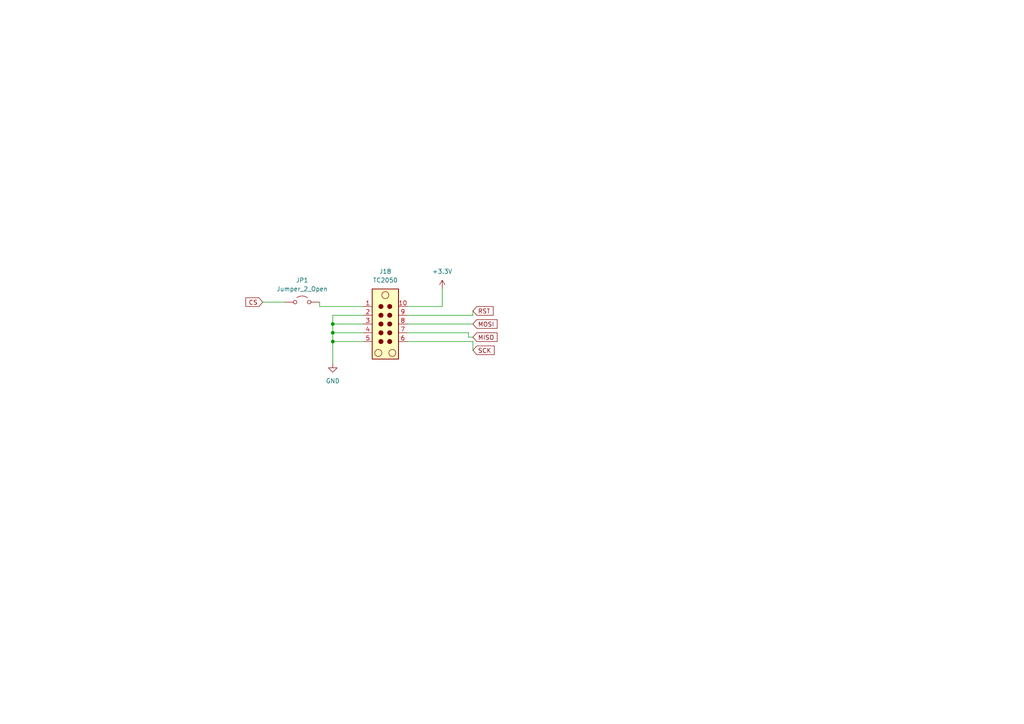
<source format=kicad_sch>
(kicad_sch (version 20250114) (generator "eeschema") (generator_version "9.0")
  (paper "A4")
  (lib_symbols
    (symbol "Connector:TC2050" (in_bom no)
      (property "Reference" "J" (at 1.27 11.43 0))
      (property "Value" "TC2050" (at 1.27 -11.43 0))
      (symbol "TC2050_1_1"
        (rectangle (start -2.54 10.16) (end 5.08 -10.16) (stroke (width 0.254)) (fill (type background)))
        (circle (center -0.762 -8.382) (radius 1.016))
        (circle (center 0 5.08) (radius 0.635) (fill (type outline)))
        (circle (center 0 2.54) (radius 0.635) (fill (type outline)))
        (circle (center 0 0) (radius 0.635) (fill (type outline)))
        (circle (center 0 -2.54) (radius 0.635) (fill (type outline)))
        (circle (center 0 -5.08) (radius 0.635) (fill (type outline)))
        (circle (center 1.27 8.382) (radius 1.016))
        (circle (center 2.54 5.08) (radius 0.635) (fill (type outline)))
        (circle (center 2.54 2.54) (radius 0.635) (fill (type outline)))
        (circle (center 2.54 0) (radius 0.635) (fill (type outline)))
        (circle (center 2.54 -2.54) (radius 0.635) (fill (type outline)))
        (circle (center 2.54 -5.08) (radius 0.635) (fill (type outline)))
        (circle (center 3.302 -8.382) (radius 1.016))
        (pin passive line (at -5.08 5.08 0) (length 2.54) (name "~") (number "1"))
        (pin passive line (at -5.08 2.54 0) (length 2.54) (name "~") (number "2"))
        (pin passive line (at -5.08 0 0) (length 2.54) (name "~") (number "3"))
        (pin passive line (at -5.08 -2.54 0) (length 2.54) (name "~") (number "4"))
        (pin passive line (at -5.08 -5.08 0) (length 2.54) (name "~") (number "5"))
        (pin passive line (at 7.62 5.08 180) (length 2.54) (name "~") (number "10"))
        (pin passive line (at 7.62 2.54 180) (length 2.54) (name "~") (number "9"))
        (pin passive line (at 7.62 0 180) (length 2.54) (name "~") (number "8"))
        (pin passive line (at 7.62 -2.54 180) (length 2.54) (name "~") (number "7"))
        (pin passive line (at 7.62 -5.08 180) (length 2.54) (name "~") (number "6"))
      )
    )
    (symbol "Jumper:Jumper_2_Open" (pin_numbers (hide yes)) (pin_names (offset 0) (hide yes)) (exclude_from_sim yes)
      (property "Reference" "JP" (at 0 2.794 0))
      (property "Value" "Jumper_2_Open" (at 0 -2.286 0))
      (symbol "Jumper_2_Open_0_0"
        (circle (center -2.032 0) (radius 0.508))
        (circle (center 2.032 0) (radius 0.508))
      )
      (symbol "Jumper_2_Open_0_1"
        (arc (start -1.524 1.27) (mid 0 1.778) (end 1.524 1.27))
      )
      (symbol "Jumper_2_Open_1_1"
        (pin passive line (at -5.08 0 0) (length 2.54) (name "A") (number "1"))
        (pin passive line (at 5.08 0 180) (length 2.54) (name "B") (number "2"))
      )
    )
    (symbol "power:+3.3V" (power) (pin_numbers (hide yes)) (pin_names (offset 0) (hide yes))
      (property "Value" "+3.3V" (at 0 3.556 0))
      (symbol "+3.3V_0_1"
        (polyline (pts (xy -0.762 1.27) (xy 0 2.54)))
        (polyline (pts (xy 0 2.54) (xy 0.762 1.27)))
        (polyline (pts (xy 0 0) (xy 0 2.54)))
      )
      (symbol "+3.3V_1_1"
        (pin power_in line (at 0 0 90) (length 0) (name "~") (number "1"))
      )
    )
    (symbol "power:GND" (power) (pin_numbers (hide yes)) (pin_names (offset 0) (hide yes))
      (property "Value" "GND" (at 0 -3.81 0))
      (symbol "GND_0_1"
        (polyline (pts (xy 0 0) (xy 0 -1.27) (xy 1.27 -1.27) (xy 0 -2.54) (xy -1.27 -1.27) (xy 0 -1.27)))
      )
      (symbol "GND_1_1"
        (pin power_in line (at 0 0 270) (length 0) (name "~") (number "1"))
      )
    )
  )
  (junction (at 96.52 96.52))
  (junction (at 96.52 99.06))
  (junction (at 96.52 93.98))
  (wire (pts (xy 105.41 91.44) (xy 96.52 91.44)))
  (wire (pts (xy 96.52 99.06) (xy 105.41 99.06)))
  (wire (pts (xy 96.52 91.44) (xy 96.52 93.98)))
  (wire (pts (xy 92.71 88.9) (xy 105.41 88.9)))
  (wire (pts (xy 118.11 93.98) (xy 137.16 93.98)))
  (wire (pts (xy 96.52 93.98) (xy 105.41 93.98)))
  (wire (pts (xy 92.71 88.9) (xy 92.71 87.63)))
  (wire (pts (xy 135.89 97.79) (xy 137.16 97.79)))
  (wire (pts (xy 118.11 99.06) (xy 137.16 99.06)))
  (wire (pts (xy 118.11 91.44) (xy 137.16 91.44)))
  (wire (pts (xy 96.52 96.52) (xy 96.52 99.06)))
  (wire (pts (xy 135.89 96.52) (xy 135.89 97.79)))
  (wire (pts (xy 96.52 99.06) (xy 96.52 105.41)))
  (wire (pts (xy 137.16 91.44) (xy 137.16 90.17)))
  (wire (pts (xy 137.16 99.06) (xy 137.16 101.6)))
  (wire (pts (xy 128.27 88.9) (xy 128.27 83.82)))
  (wire (pts (xy 96.52 96.52) (xy 105.41 96.52)))
  (wire (pts (xy 96.52 93.98) (xy 96.52 96.52)))
  (wire (pts (xy 118.11 88.9) (xy 128.27 88.9)))
  (wire (pts (xy 76.2 87.63) (xy 82.55 87.63)))
  (wire (pts (xy 118.11 96.52) (xy 135.89 96.52)))
  (global_label "SCK" (shape input) (at 137.16 101.6 0) (property "Intersheetrefs" "${INTERSHEET_REFS}" (effects (hide yes))))
  (global_label "MOSI" (shape input) (at 137.16 93.98 0) (property "Intersheetrefs" "${INTERSHEET_REFS}" (effects (hide yes))))
  (global_label "RST" (shape input) (at 137.16 90.17 0) (property "Intersheetrefs" "${INTERSHEET_REFS}" (effects (hide yes))))
  (global_label "MISO" (shape input) (at 137.16 97.79 0) (property "Intersheetrefs" "${INTERSHEET_REFS}" (effects (hide yes))))
  (global_label "CS" (shape input) (at 76.2 87.63 180) (property "Intersheetrefs" "${INTERSHEET_REFS}" (effects (hide yes))))
  (symbol (lib_id "power:GND") (at 96.52 105.41 0) (unit 1)
    (property "Reference" "#PWR031" (effects (hide yes)))
    (property "Value" "GND" (at 96.52 110.49 0))
    (property "Description" "Power symbol creates a global label with name \"GND\" , ground" (effects (hide yes)))
  )
  (symbol (lib_id "power:+3.3V") (at 128.27 83.82 0) (unit 1)
    (property "Reference" "#PWR032" (effects (hide yes)))
    (property "Value" "+3.3V" (at 128.27 78.74 0))
    (property "Description" "Power symbol creates a global label with name \"+3.3V\"" (effects (hide yes)))
  )
  (symbol (lib_id "Jumper:Jumper_2_Open") (at 87.63 87.63 0) (unit 1) (exclude_from_sim yes)
    (property "Reference" "JP1" (at 87.63 81.28 0))
    (property "Value" "Jumper_2_Open" (at 87.63 83.82 0))
    (property "Description" "Jumper, 2-pole, open" (effects (hide yes)))
  )
  (symbol (lib_id "Connector:TC2050") (at 110.49 93.98 0) (unit 1) (in_bom no)
    (property "Reference" "J18" (at 111.76 78.74 0))
    (property "Value" "TC2050" (at 111.76 81.28 0))
    (property "Footprint" "Connector:Tag-Connect_TC2050-IDC-NL_2x05_P1.27mm_Vertical" (effects (hide yes)))
    (property "Datasheet" "https://www.tag-connect.com/wp-content/uploads/bsk-pdf-manager/TC2050-IDC-NL_Datasheet_8.pdf" (effects (hide yes)))
    (property "Description" "Tag-Connect’s 10-pins connector" (effects (hide yes)))
  )
)
</source>
